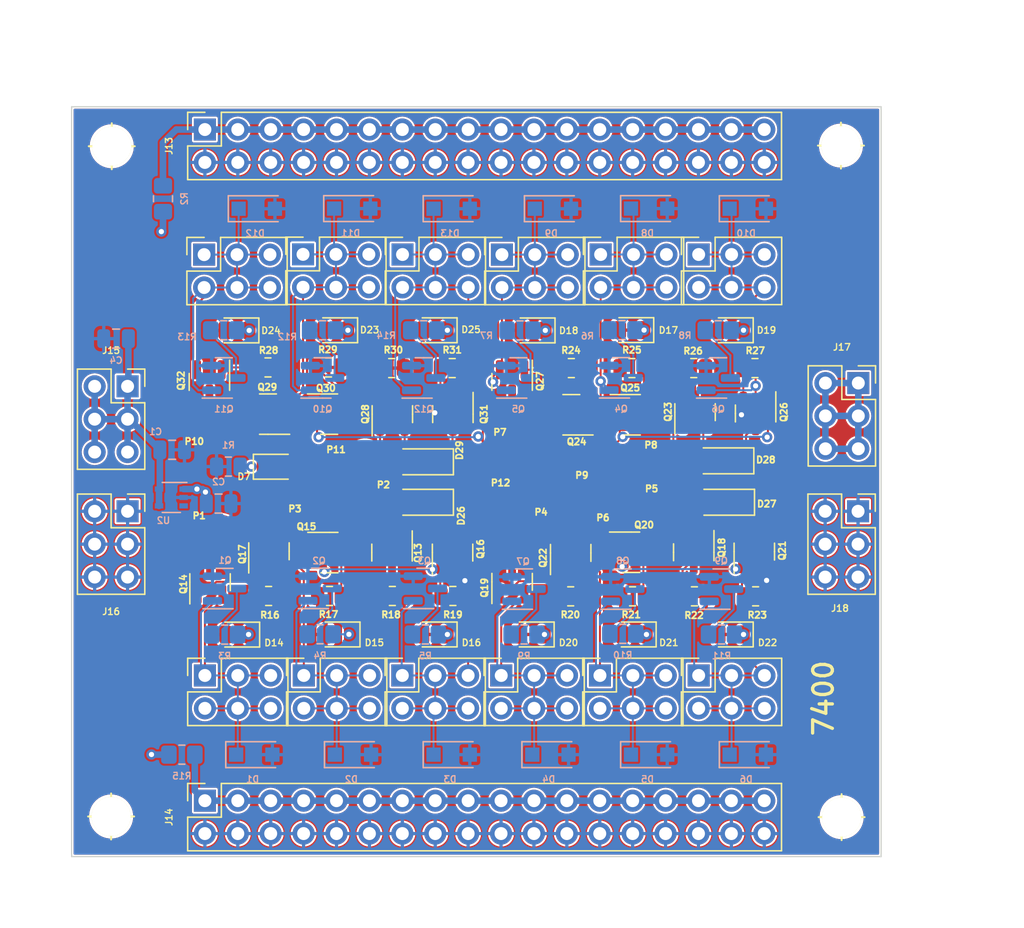
<source format=kicad_pcb>
(kicad_pcb (version 20211014) (generator pcbnew)
  (layers (0 "F.Cu" signal) (31 "B.Cu" signal) (34 "B.Paste" user) (35 "F.Paste" user) (36 "B.SilkS" user "B.Silkscreen") (37 "F.SilkS" user "F.Silkscreen") (38 "B.Mask" user) (39 "F.Mask" user) (44 "Edge.Cuts" user))
  (net 0 "")
  (net 1 "VDD_IN")
  (net 2 "GND")
  (net 3 "VDD")
  (net 4 "A1")
  (net 5 "B1")
  (net 6 "C1")
  (net 7 "A2")
  (net 8 "B2")
  (net 9 "C2")
  (net 10 "Net-(D7-Pad1)")
  (net 11 "A3")
  (net 12 "B3")
  (net 13 "C3")
  (net 14 "A4")
  (net 15 "B4")
  (net 16 "C4")
  (net 17 "Net-(D14-Pad1)")
  (net 18 "Net-(D15-Pad1)")
  (net 19 "Net-(D16-Pad1)")
  (net 20 "Net-(D17-Pad1)")
  (net 21 "Net-(D18-Pad1)")
  (net 22 "Net-(D19-Pad1)")
  (net 23 "Net-(D20-Pad1)")
  (net 24 "Net-(D21-Pad1)")
  (net 25 "Net-(D22-Pad1)")
  (net 26 "Net-(D23-Pad1)")
  (net 27 "Net-(D24-Pad1)")
  (net 28 "Net-(D25-Pad1)")
  (net 29 "Net-(J13-Pad1)")
  (net 30 "Net-(J14-Pad1)")
  (net 31 "Net-(Q1-Pad3)")
  (net 32 "Net-(Q2-Pad3)")
  (net 33 "Net-(Q3-Pad3)")
  (net 34 "Net-(Q4-Pad3)")
  (net 35 "Net-(Q5-Pad3)")
  (net 36 "Net-(Q6-Pad3)")
  (net 37 "Net-(Q7-Pad3)")
  (net 38 "Net-(Q8-Pad3)")
  (net 39 "Net-(Q9-Pad3)")
  (net 40 "Net-(Q10-Pad3)")
  (net 41 "Net-(Q11-Pad3)")
  (net 42 "Net-(Q12-Pad3)")
  (net 44 "Net-(D26-Pad2)")
  (net 45 "Net-(D27-Pad2)")
  (net 46 "Net-(D28-Pad2)")
  (net 47 "Net-(D29-Pad2)")
  (net 48 "Net-(Q13-Pad3)")
  (net 49 "Net-(Q14-Pad1)")
  (net 50 "Net-(Q18-Pad3)")
  (net 51 "Net-(Q19-Pad1)")
  (net 52 "Net-(Q23-Pad3)")
  (net 53 "Net-(Q24-Pad1)")
  (net 54 "Net-(Q28-Pad3)")
  (net 55 "Net-(Q29-Pad1)")
  (net 56 "Net-(Q30-Pad2)")
  (net 57 "Net-(Q29-Pad3)")
  (net 58 "Net-(Q28-Pad1)")
  (net 59 "Net-(Q25-Pad2)")
  (net 60 "Net-(Q24-Pad3)")
  (net 61 "Net-(Q23-Pad1)")
  (net 62 "Net-(Q20-Pad2)")
  (net 63 "Net-(Q19-Pad3)")
  (net 64 "Net-(Q18-Pad1)")
  (net 65 "Net-(Q15-Pad2)")
  (net 66 "Net-(Q14-Pad3)")
  (net 67 "Net-(Q13-Pad1)")
  (footprint "Package_TO_SOT_SMD:SOT-23" (layer "F.Cu") (at 58.3438 78.9178 90)
    (fp_text reference "Q17")
    (fp_text value "BC847")
  )
  (footprint "mylib:probe" (layer "F.Cu") (at 77.9272 77.3684)
    (fp_text reference "P4")
    (fp_text value "probe")
  )
  (footprint "LED_SMD:LED_0805_2012Metric" (layer "F.Cu") (at 71.179 85.344 180)
    (fp_text reference "D16")
    (fp_text value "LED_Small")
  )
  (footprint "mylib:probe" (layer "F.Cu") (at 65.7606 71.6026)
    (fp_text reference "P11")
    (fp_text value "probe")
  )
  (footprint "LED_SMD:LED_0805_2012Metric" (layer "F.Cu") (at 63.5 61.849 180)
    (fp_text reference "D23")
    (fp_text value "LED_Small")
  )
  (footprint "Package_TO_SOT_SMD:SOT-23" (layer "F.Cu") (at 81.6864 68.3768 180)
    (fp_text reference "Q24")
    (fp_text value "BC847")
  )
  (footprint "LED_SMD:LED_0805_2012Metric" (layer "F.Cu") (at 58.8264 72.39)
    (fp_text reference "D7")
    (fp_text value "LED_Small")
  )
  (footprint "LED_SMD:LED_0805_2012Metric" (layer "F.Cu") (at 71.179 61.849 180)
    (fp_text reference "D25")
    (fp_text value "LED_Small")
  )
  (footprint "Connector_PinSocket_2.54mm:PinSocket_2x03_P2.54mm_Vertical" (layer "F.Cu") (at 91.514011 88.51001 90)
    (fp_text reference "J6" hide)
    (fp_text value "Conn_02x03_Odd_Even")
  )
  (footprint "LED_SMD:LED_0805_2012Metric" (layer "F.Cu") (at 94.039 61.849 180)
    (fp_text reference "D19")
    (fp_text value "LED_Small")
  )
  (footprint "mylib:hole_3mm" (layer "F.Cu") (at 46.2108 47.636)
    (fp_text reference "")
    (fp_text value "hole_3mm")
  )
  (footprint "LED_SMD:LED_0805_2012Metric" (layer "F.Cu") (at 63.686 85.344 180)
    (fp_text reference "D15")
    (fp_text value "LED_Small")
  )
  (footprint "Resistor_SMD:R_0805_2012Metric" (layer "F.Cu") (at 86.36 64.77 180)
    (fp_text reference "R25")
    (fp_text value "20k")
  )
  (footprint "Resistor_SMD:R_0805_2012Metric" (layer "F.Cu") (at 81.6864 64.77)
    (fp_text reference "R24")
    (fp_text value "40k")
  )
  (footprint "Connector_PinSocket_2.54mm:PinSocket_2x03_P2.54mm_Vertical" (layer "F.Cu") (at 103.83799 65.924)
    (fp_text reference "J17")
    (fp_text value "Conn_02x03_Odd_Even")
  )
  (footprint "mylib:probe" (layer "F.Cu") (at 62.2808 75.1586)
    (fp_text reference "P3")
    (fp_text value "probe")
  )
  (footprint "Package_TO_SOT_SMD:SOT-23" (layer "F.Cu") (at 53.7464 65.8368 -90)
    (fp_text reference "Q32")
    (fp_text value "BC847")
  )
  (footprint "Diode_SMD:D_SOD-123" (layer "F.Cu") (at 93.5736 75.1332 180)
    (fp_text reference "D27")
    (fp_text value "D_Small_Filled")
  )
  (footprint "mylib:probe" (layer "F.Cu") (at 65.8114 75.1332)
    (fp_text reference "P2")
    (fp_text value "probe")
  )
  (footprint "Package_TO_SOT_SMD:SOT-23" (layer "F.Cu") (at 86.3092 78.994)
    (fp_text reference "Q20")
    (fp_text value "BC847")
  )
  (footprint "Connector_PinSocket_2.54mm:PinSocket_2x03_P2.54mm_Vertical" (layer "F.Cu") (at 76.327 56.007 90)
    (fp_text reference "J8" hide)
    (fp_text value "Conn_02x03_Odd_Even")
  )
  (footprint "Connector_PinSocket_2.54mm:PinSocket_2x03_P2.54mm_Vertical" (layer "F.Cu") (at 103.818 75.83)
    (fp_text reference "J18")
    (fp_text value "Conn_02x03_Odd_Even")
  )
  (footprint "Resistor_SMD:R_0805_2012Metric" (layer "F.Cu") (at 62.9412 64.7192)
    (fp_text reference "R29")
    (fp_text value "20k")
  )
  (footprint "Diode_SMD:D_SOD-123" (layer "F.Cu") (at 70.3326 75.1332 180)
    (fp_text reference "D26")
    (fp_text value "D_Small_Filled")
  )
  (footprint "Connector_PinSocket_2.54mm:PinSocket_2x03_P2.54mm_Vertical" (layer "F.Cu") (at 47.43 66.178)
    (fp_text reference "J15")
    (fp_text value "Conn_02x03_Odd_Even")
  )
  (footprint "Package_TO_SOT_SMD:SOT-23" (layer "F.Cu") (at 62.992 68.326)
    (fp_text reference "Q30")
    (fp_text value "BC847")
  )
  (footprint "mylib:probe" (layer "F.Cu") (at 74.8538 71.9836)
    (fp_text reference "P12")
    (fp_text value "probe")
  )
  (footprint "LED_SMD:LED_0805_2012Metric" (layer "F.Cu") (at 78.74 61.86 180)
    (fp_text reference "D18")
    (fp_text value "LED_Small")
  )
  (footprint "LED_SMD:LED_0805_2012Metric" (layer "F.Cu") (at 78.672 85.344 180)
    (fp_text reference "D20")
    (fp_text value "LED_Small")
  )
  (footprint "mylib:probe" (layer "F.Cu") (at 84.0232 71.7042)
    (fp_text reference "P9")
    (fp_text value "probe")
  )
  (footprint "Diode_SMD:D_SOD-123" (layer "F.Cu") (at 93.5228 71.9328 180)
    (fp_text reference "D28")
    (fp_text value "D_Small_Filled")
  )
  (footprint "Resistor_SMD:R_0805_2012Metric" (layer "F.Cu") (at 72.4916 64.77)
    (fp_text reference "R31")
    (fp_text value "12k")
  )
  (footprint "Diode_SMD:D_SOD-123" (layer "F.Cu") (at 70.3326 72.009 180)
    (fp_text reference "D29")
    (fp_text value "D_Small_Filled")
  )
  (footprint "mylib:probe" (layer "F.Cu") (at 54.6862 77.3684)
    (fp_text reference "P1")
    (fp_text value "probe")
  )
  (footprint "Package_TO_SOT_SMD:SOT-23" (layer "F.Cu") (at 77.1144 65.8368 -90)
    (fp_text reference "Q27")
    (fp_text value "BC847")
  )
  (footprint "Connector_PinSocket_2.54mm:PinSocket_2x03_P2.54mm_Vertical" (layer "F.Cu") (at 68.654011 55.99801 90)
    (fp_text reference "J12" hide)
    (fp_text value "Conn_02x03_Odd_Even")
  )
  (footprint "LED_SMD:LED_0805_2012Metric" (layer "F.Cu") (at 94.039 85.344 180)
    (fp_text reference "D22")
    (fp_text value "LED_Small")
  )
  (footprint "Package_TO_SOT_SMD:SOT-23" (layer "F.Cu") (at 81.6356 79.0448 90)
    (fp_text reference "Q22")
    (fp_text value "BC847")
  )
  (footprint "Resistor_SMD:R_0805_2012Metric" (layer "F.Cu") (at 91.1352 64.77 180)
    (fp_text reference "R26")
    (fp_text value "500")
  )
  (footprint "mylib:probe" (layer "F.Cu") (at 54.6354 69.6976)
    (fp_text reference "P10")
    (fp_text value "probe")
  )
  (footprint "Connector_PinSocket_2.54mm:PinSocket_2x03_P2.54mm_Vertical" (layer "F.Cu") (at 60.975 55.987 90)
    (fp_text reference "J10" hide)
    (fp_text value "Conn_02x03_Odd_Even")
  )
  (footprint "Connector_PinSocket_2.54mm:PinSocket_2x03_P2.54mm_Vertical" (layer "F.Cu") (at 83.894011 88.51001 90)
    (fp_text reference "J5" hide)
    (fp_text value "Conn_02x03_Odd_Even")
  )
  (footprint "Connector_PinSocket_2.54mm:PinSocket_2x03_P2.54mm_Vertical" (layer "F.Cu") (at 53.399 88.51001 90)
    (fp_text reference "J1" hide)
    (fp_text value "Conn_02x03_Odd_Even")
  )
  (footprint "Package_TO_SOT_SMD:SOT-23" (layer "F.Cu") (at 53.7972 81.3054 90)
    (fp_text reference "Q14")
    (fp_text value "BC847")
  )
  (footprint "Connector_PinSocket_2.54mm:PinSocket_2x18_P2.54mm_Vertical" (layer "F.Cu") (at 53.399 46.34601 90)
    (fp_text reference "J13")
    (fp_text value "Conn_02x18_Odd_Even")
  )
  (footprint "Package_TO_SOT_SMD:SOT-23" (layer "F.Cu") (at 95.8088 78.9432 90)
    (fp_text reference "Q21")
    (fp_text value "BC847")
  )
  (footprint "Connector_PinSocket_2.54mm:PinSocket_2x03_P2.54mm_Vertical" (layer "F.Cu") (at 76.274011 88.51001 90)
    (fp_text reference "J4" hide)
    (fp_text value "Conn_02x03_Odd_Even")
  )
  (footprint "mylib:hole_3mm" (layer "F.Cu") (at 102.548 99.452)
    (fp_text reference "")
    (fp_text value "hole_3mm")
  )
  (footprint "Package_TO_SOT_SMD:SOT-23" (layer "F.Cu") (at 86.36 68.3768)
    (fp_text reference "Q25")
    (fp_text value "BC847")
  )
  (footprint "LED_SMD:LED_0805_2012Metric" (layer "F.Cu") (at 86.36 61.838 180)
    (fp_text reference "D17")
    (fp_text value "LED_Small")
  )
  (footprint "mylib:probe" (layer "F.Cu") (at 78.1304 69.6468)
    (fp_text reference "P7")
    (fp_text value "probe")
  )
  (footprint "mylib:hole_3mm" (layer "F.Cu") (at 102.4972 47.5852)
    (fp_text reference "")
    (fp_text value "hole_3mm")
  )
  (footprint "Package_TO_SOT_SMD:SOT-23" (layer "F.Cu") (at 67.8434 79.0194 -90)
    (fp_text reference "Q13")
    (fp_text value "BC847")
  )
  (footprint "Resistor_SMD:R_0805_2012Metric" (layer "F.Cu") (at 67.818 64.77)
    (fp_text reference "R30")
    (fp_text value "500")
  )
  (footprint "Resistor_SMD:R_0805_2012Metric" (layer "F.Cu") (at 72.5424 82.3722 180)
    (fp_text reference "R19")
    (fp_text value "12k")
  )
  (footprint "Package_TO_SOT_SMD:SOT-23" (layer "F.Cu") (at 72.517 79.0194 90)
    (fp_text reference "Q16")
    (fp_text value "BC847")
  )
  (footprint "Package_TO_SOT_SMD:SOT-23" (layer "F.Cu") (at 77.1144 81.28 90)
    (fp_text reference "Q19")
    (fp_text value "BC847")
  )
  (footprint "Resistor_SMD:R_0805_2012Metric" (layer "F.Cu") (at 95.9104 82.3976 180)
    (fp_text reference "R23")
    (fp_text value "12k")
  )
  (footprint "Connector_PinSocket_2.54mm:PinSocket_2x03_P2.54mm_Vertical" (layer "F.Cu") (at 91.514011 55.99801 90)
    (fp_text reference "J9" hide)
    (fp_text value "Conn_02x03_Odd_Even")
  )
  (footprint "LED_SMD:LED_0805_2012Metric" (layer "F.Cu") (at 86.546 85.344 180)
    (fp_text reference "D21")
    (fp_text value "LED_Small")
  )
  (footprint "Resistor_SMD:R_0805_2012Metric" (layer "F.Cu") (at 81.6356 82.3976)
    (fp_text reference "R20")
    (fp_text value "40k")
  )
  (footprint "mylib:hole_3mm" (layer "F.Cu") (at 46.16 99.4012)
    (fp_text reference "")
    (fp_text value "hole_3mm")
  )
  (footprint "Package_TO_SOT_SMD:SOT-23" (layer "F.Cu") (at 95.9104 68.2752 -90)
    (fp_text reference "Q26")
    (fp_text value "BC847")
  )
  (footprint "Connector_PinSocket_2.54mm:PinSocket_2x03_P2.54mm_Vertical" (layer "F.Cu") (at 47.43 75.83)
    (fp_text reference "J16")
    (fp_text value "Conn_02x03_Odd_Even")
  )
  (footprint "Resistor_SMD:R_0805_2012Metric" (layer "F.Cu") (at 95.8596 64.77)
    (fp_text reference "R27")
    (fp_text value "12k")
  )
  (footprint "LED_SMD:LED_0805_2012Metric" (layer "F.Cu") (at 55.88 61.86 180)
    (fp_text reference "D24")
    (fp_text value "LED_Small")
  )
  (footprint "mylib:probe" (layer "F.Cu") (at 89.5096 71.9328)
    (fp_text reference "P8")
    (fp_text value "probe")
  )
  (footprint "Resistor_SMD:R_0805_2012Metric" (layer "F.Cu") (at 63.0174 82.3722 180)
    (fp_text reference "R17")
    (fp_text value "20k")
  )
  (footprint "Connector_PinSocket_2.54mm:PinSocket_2x03_P2.54mm_Vertical" (layer "F.Cu") (at 61.034011 88.51001 90)
    (fp_text reference "J2" hide)
    (fp_text value "Conn_02x03_Odd_Even")
  )
  (footprint "Package_TO_SOT_SMD:SOT-23" (layer "F.Cu") (at 91.2368 68.1736 90)
    (fp_text reference "Q23")
    (fp_text value "BC847")
  )
  (footprint "Resistor_SMD:R_0805_2012Metric" (layer "F.Cu") (at 86.4108 82.3976 180)
    (fp_text reference "R21")
    (fp_text value "20k")
  )
  (footprint "mylib:probe" (layer "F.Cu") (at 89.5858 75.1332)
    (fp_text reference "P5")
    (fp_text value "probe")
  )
  (footprint "Connector_PinSocket_2.54mm:PinSocket_2x03_P2.54mm_Vertical" (layer "F.Cu") (at 68.639 88.51001 90)
    (fp_text reference "J3" hide)
    (fp_text value "Conn_02x03_Odd_Even")
  )
  (footprint "Package_TO_SOT_SMD:SOT-23" (layer "F.Cu") (at 67.8688 68.326 90)
    (fp_text reference "Q28")
    (fp_text value "BC847")
  )
  (footprint "Package_TO_SOT_SMD:SOT-23" (layer "F.Cu") (at 63.0174 79.0194)
    (fp_text reference "Q15")
    (fp_text value "BC847")
  )
  (footprint "Connector_PinSocket_2.54mm:PinSocket_2x03_P2.54mm_Vertical" (layer "F.Cu") (at 83.947 55.99801 90)
    (fp_text reference "J7" hide)
    (fp_text value "Conn_02x03_Odd_Even")
  )
  (footprint "Package_TO_SOT_SMD:SOT-23" (layer "F.Cu") (at 91.1352 78.994 -90)
    (fp_text reference "Q18")
    (fp_text value "BC847")
  )
  (footprint "Resistor_SMD:R_0805_2012Metric" (layer "F.Cu") (at 67.8688 82.3722)
    (fp_text reference "R18")
    (fp_text value "500")
  )
  (footprint "Package_TO_SOT_SMD:SOT-23" (layer "F.Cu") (at 72.5424 68.326 -90)
    (fp_text reference "Q31")
    (fp_text value "BC847")
  )
  (footprint "mylib:probe" (layer "F.Cu") (at 85.7758 75.0824)
    (fp_text reference "P6")
    (fp_text value "probe")
  )
  (footprint "Connector_PinSocket_2.54mm:PinSocket_2x03_P2.54mm_Vertical" (layer "F.Cu") (at 53.34 56.007 90)
    (fp_text reference "J11" hide)
    (fp_text value "Conn_02x03_Odd_Even")
  )
  (footprint "Resistor_SMD:R_0805_2012Metric" (layer "F.Cu") (at 58.3184 82.3722)
    (fp_text reference "R16")
    (fp_text value "40k")
  )
  (footprint "Package_TO_SOT_SMD:SOT-23" (layer "F.Cu") (at 58.2676 68.326 180)
    (fp_text reference "Q29")
    (fp_text value "BC847")
  )
  (footprint "Resistor_SMD:R_0805_2012Metric" (layer "F.Cu") (at 58.2676 64.7192)
    (fp_text reference "R28")
    (fp_text value "40k")
  )
  (footprint "Resistor_SMD:R_0805_2012Metric" (layer "F.Cu") (at 91.186 82.3976)
    (fp_text reference "R22")
    (fp_text value "500")
  )
  (footprint "LED_SMD:LED_0805_2012Metric" (layer "F.Cu") (at 55.939 85.355 180)
    (fp_text reference "D14")
    (fp_text value "LED_Small")
  )
  (footprint "Connector_PinSocket_2.54mm:PinSocket_2x18_P2.54mm_Vertical" (layer "F.Cu") (at 53.399 98.182 90)
    (fp_text reference "J14")
    (fp_text value "Conn_02x18_Odd_Even")
  )
  (footprint "Diode_SMD:D_SOD-123F" (layer "B.Cu") (at 80.264 52.462)
    (fp_text reference "D9")
    (fp_text value "TVSS_0")
  )
  (footprint "Package_TO_SOT_SMD:SOT-23" (layer "B.Cu") (at 78.037 81.8388)
    (fp_text reference "Q7")
    (fp_text value "2N7002")
  )
  (footprint "Resistor_SMD:R_0805_2012Metric_Pad1.20x1.40mm_HandSolder" (layer "B.Cu") (at 62.289 85.328)
    (fp_text reference "R4")
    (fp_text value "1k")
  )
  (footprint "Resistor_SMD:R_0805_2012Metric_Pad1.20x1.40mm_HandSolder" (layer "B.Cu") (at 70.29 61.849)
    (fp_text reference "R14")
    (fp_text value "1k")
  )
  (footprint "Diode_SMD:D_SOD-123F" (layer "B.Cu") (at 72.449 52.462)
    (fp_text reference "D13")
    (fp_text value "TVSS_0")
  )
  (footprint "Package_TO_SOT_SMD:SOT-353_SC-70-5" (layer "B.Cu") (at 50.8082 74.7632 180)
    (fp_text reference "U2")
    (fp_text value "FM5881A")
  )
  (footprint "Package_TO_SOT_SMD:SOT-23" (layer "B.Cu") (at 93.277 81.8388)
    (fp_text reference "Q9")
    (fp_text value "2N7002")
  )
  (footprint "Diode_SMD:D_SOD-123F" (layer "B.Cu") (at 57.404 52.462)
    (fp_text reference "D12")
    (fp_text value "TVSS_0")
  )
  (footprint "Resistor_SMD:R_0805_2012Metric_Pad1.20x1.40mm_HandSolder" (layer "B.Cu") (at 93.023 61.849)
    (fp_text reference "R8")
    (fp_text value "1k")
  )
  (footprint "Diode_SMD:D_SOD-123F" (layer "B.Cu") (at 87.689 94.626)
    (fp_text reference "D5")
    (fp_text value "TVSS_0")
  )
  (footprint "Package_TO_SOT_SMD:SOT-23" (layer "B.Cu") (at 70.29 65.532)
    (fp_text reference "Q12")
    (fp_text value "2N7002")
  )
  (footprint "Resistor_SMD:R_0805_2012Metric" (layer "B.Cu") (at 55.2114 72.379 180)
    (fp_text reference "R1")
    (fp_text value "1k")
  )
  (footprint "Resistor_SMD:R_0805_2012Metric_Pad1.20x1.40mm_HandSolder" (layer "B.Cu") (at 78.037 85.344)
    (fp_text reference "R9")
    (fp_text value "1k")
  )
  (footprint "Resistor_SMD:R_0805_2012Metric_Pad1.20x1.40mm_HandSolder" (layer "B.Cu") (at 77.724 61.86)
    (fp_text reference "R7")
    (fp_text value "1k")
  )
  (footprint "Diode_SMD:D_SOD-123F" (layer "B.Cu") (at 80.069 94.626)
    (fp_text reference "D4")
    (fp_text value "TVSS_0")
  )
  (footprint "Resistor_SMD:R_0805_2012Metric_Pad1.20x1.40mm_HandSolder" (layer "B.Cu") (at 51.621 94.626)
    (fp_text reference "R15")
    (fp_text value "100")
  )
  (footprint "Resistor_SMD:R_0805_2012Metric_Pad1.20x1.40mm_HandSolder" (layer "B.Cu") (at 70.417 85.344)
    (fp_text reference "R5")
    (fp_text value "1k")
  )
  (footprint "Diode_SMD:D_SOD-123F" (layer "B.Cu") (at 95.309 52.462)
    (fp_text reference "D10")
    (fp_text value "TVSS_0")
  )
  (footprint "Package_TO_SOT_SMD:SOT-23" (layer "B.Cu") (at 77.597 65.532)
    (fp_text reference "Q5")
    (fp_text value "2N7002")
  )
  (footprint "Diode_SMD:D_SOD-123F" (layer "B.Cu") (at 72.449 94.626)
    (fp_text reference "D3")
    (fp_text value "TVSS_0")
  )
  (footprint "Resistor_SMD:R_0805_2012Metric_Pad1.20x1.40mm_HandSolder" (layer "B.Cu") (at 54.923 85.355)
    (fp_text reference "R3")
    (fp_text value "1k")
  )
  (footprint "Capacitor_SMD:C_0805_2012Metric" (layer "B.Cu") (at 46.541 62.495)
    (fp_text reference "C4")
    (fp_text value "10uF")
  )
  (footprint "Package_TO_SOT_SMD:SOT-23" (layer "B.Cu") (at 54.923 81.799)
    (fp_text reference "Q1")
    (fp_text value "2N7002")
  )
  (footprint "Package_TO_SOT_SMD:SOT-23" (layer "B.Cu") (at 62.289 81.788)
    (fp_text reference "Q2")
    (fp_text value "2N7002")
  )
  (footprint "Diode_SMD:D_SOD-123F" (layer "B.Cu") (at 87.689 52.451)
    (fp_text reference "D8")
    (fp_text value "TVSS_0")
  )
  (footprint "Resistor_SMD:R_0805_2012Metric_Pad1.20x1.40mm_HandSolder" (layer "B.Cu") (at 93.277 85.344)
    (fp_text reference "R11")
    (fp_text value "1k")
  )
  (footprint "Package_TO_SOT_SMD:SOT-23" (layer "B.Cu") (at 85.53 65.521)
    (fp_text reference "Q4")
    (fp_text value "2N7002")
  )
  (footprint "Package_TO_SOT_SMD:SOT-23" (layer "B.Cu") (at 85.657 81.8388)
    (fp_text reference "Q8")
    (fp_text value "2N7002")
  )
  (footprint "Diode_SMD:D_SOD-123F" (layer "B.Cu") (at 64.829 94.626)
    (fp_text reference "D2")
    (fp_text value "TVSS_0")
  )
  (footprint "Diode_SMD:D_SOD-123F" (layer "B.Cu") (at 64.77 52.451)
    (fp_text reference "D11")
    (fp_text value "TVSS_0")
  )
  (footprint "Resistor_SMD:R_0805_2012Metric_Pad1.20x1.40mm_HandSolder" (layer "B.Cu") (at 62.484 61.849)
    (fp_text reference "R12")
    (fp_text value "1k")
  )
  (footprint "Package_TO_SOT_SMD:SOT-23" (layer "B.Cu") (at 54.864 65.532)
    (fp_text reference "Q11")
    (fp_text value "2N7002")
  )
  (footprint "Capacitor_SMD:C_0805_2012Metric" (layer "B.Cu") (at 54.4576 75.2348 180)
    (fp_text reference "C2")
    (fp_text value "10uF")
  )
  (footprint "Resistor_SMD:R_0805_2012Metric_Pad1.20x1.40mm_HandSolder" (layer "B.Cu") (at 50.165 51.689 90)
    (fp_text reference "R2")
    (fp_text value "100")
  )
  (footprint "Diode_SMD:D_SOD-123F" (layer "B.Cu") (at 95.309 94.626)
    (fp_text reference "D6")
    (fp_text value "TVSS_0")
  )
  (footprint "Resistor_SMD:R_0805_2012Metric_Pad1.20x1.40mm_HandSolder" (layer "B.Cu") (at 85.598 61.838)
    (fp_text reference "R6")
    (fp_text value "1k")
  )
  (footprint "Package_TO_SOT_SMD:SOT-23" (layer "B.Cu") (at 70.417 81.788)
    (fp_text reference "Q3")
    (fp_text value "2N7002")
  )
  (footprint "Package_TO_SOT_SMD:SOT-23" (layer "B.Cu") (at 93.023 65.532)
    (fp_text reference "Q6")
    (fp_text value "2N7002")
  )
  (footprint "Capacitor_SMD:C_0805_2012Metric" (layer "B.Cu") (at 50.8742 71.0802)
    (fp_text reference "C1")
    (fp_text value "100nF")
  )
  (footprint "Resistor_SMD:R_0805_2012Metric_Pad1.20x1.40mm_HandSolder" (layer "B.Cu") (at 54.848 61.849)
    (fp_text reference "R13")
    (fp_text value "1k")
  )
  (footprint "Resistor_SMD:R_0805_2012Metric_Pad1.20x1.40mm_HandSolder" (layer "B.Cu") (at 85.657 85.2932)
    (fp_text reference "R10")
    (fp_text value "1k")
  )
  (footprint "Diode_SMD:D_SOD-123F" (layer "B.Cu") (at 57.209 94.626)
    (fp_text reference "D1")
    (fp_text value "TVSS_0")
  )
  (footprint "Package_TO_SOT_SMD:SOT-23" (layer "B.Cu") (at 62.484 65.532)
    (fp_text reference "Q10")
    (fp_text value "2N7002")
  )
  (gr_line (start 105.596 102.5) (end 43.112 102.5) (layer "Edge.Cuts") (width 0.1))
  (gr_line (start 105.596 44.588) (end 105.596 102.5) (layer "Edge.Cuts") (width 0.1))
  (gr_line (start 43.112 102.5) (end 43.112 44.588) (layer "Edge.Cuts") (width 0.1))
  (gr_line (start 43.112 44.588) (end 105.596 44.588) (layer "Edge.Cuts") (width 0.1))
  (gr_text "7400" (at 101.1428 90.2716 90) (layer "F.SilkS") (effects (font (size 1.524 1.524) (thickness 0.254))))
  (segment (start 44.89 68.718) (end 44.89 66.178) (width 0.508) (layer "B.Cu") (net 1))
  (segment (start 103.83799 71.004) (end 103.83799 68.464) (width 0.508) (layer "B.Cu") (net 1))
  (segment (start 101.29799 68.464) (end 103.83799 68.464) (width 0.508) (layer "B.Cu") (net 1))
  (segment (start 103.83799 65.924) (end 101.29799 65.924) (width 0.508) (layer "B.Cu") (net 1))
  (segment (start 101.29799 65.924) (end 101.29799 68.464) (width 0.508) (layer "B.Cu") (net 1))
  (segment (start 47.6128 68.7688) (end 49.9242 71.0802) (width 0.508) (layer "B.Cu") (net 1))
  (segment (start 101.29799 71.004) (end 103.83799 71.004) (width 0.508) (layer "B.Cu") (net 1))
  (segment (start 101.29799 68.464) (end 101.29799 71.004) (width 0.508) (layer "B.Cu") (net 1))
  (segment (start 44.89 68.718) (end 44.89 71.258) (width 0.508) (layer "B.Cu") (net 1))
  (segment (start 47.491 62.495) (end 47.491 66.117) (width 0.508) (layer "B.Cu") (net 1))
  (segment (start 47.43 68.718) (end 47.43 66.178) (width 0.508) (layer "B.Cu") (net 1))
  (segment (start 49.9242 71.0802) (end 49.9242 74.0472) (width 0.508) (layer "B.Cu") (net 1))
  (segment (start 47.43 71.258) (end 47.43 68.718) (width 0.508) (layer "B.Cu") (net 1))
  (segment (start 49.9242 74.0472) (end 49.8582 74.1132) (width 0.508) (layer "B.Cu") (net 1))
  (segment (start 103.83799 68.464) (end 103.83799 65.924) (width 0.508) (layer "B.Cu") (net 1))
  (segment (start 47.491 66.117) (end 47.43 66.178) (width 0.508) (layer "B.Cu") (net 1))
  (segment (start 47.43 68.718) (end 44.89 68.718) (width 0.508) (layer "B.Cu") (net 1))
  (segment (start 49.8582 74.1132) (end 49.8582 75.4132) (width 0.508) (layer "B.Cu") (net 1))
  (segment (start 96.7588 82.3335) (end 96.8229 82.3976) (width 0.1524) (layer "F.Cu") (net 2))
  (segment (start 96.7588 79.8807) (end 96.7588 82.3335) (width 0.1524) (layer "F.Cu") (net 2))
  (segment (start 73.467 79.9569) (end 73.467 82.3601) (width 0.1524) (layer "F.Cu") (net 2))
  (segment (start 73.467 82.3601) (end 73.4549 82.3722) (width 0.1524) (layer "F.Cu") (net 2))
  (segment (start 71.5924 67.3885) (end 71.5924 67.7774) (width 0.1524) (layer "F.Cu") (net 2))
  (segment (start 94.9604 67.3377) (end 94.9604 68.2346) (width 0.1524) (layer "F.Cu") (net 2))
  (segment (start 71.5791 64.77) (end 71.5791 67.3752) (width 0.1524) (layer "F.Cu") (net 2))
  (segment (start 94.9604 68.2346) (end 94.8182 68.3768) (width 0.1524) (layer "F.Cu") (net 2))
  (segment (start 94.9604 64.7833) (end 94.9471 64.77) (width 0.1524) (layer "F.Cu") (net 2))
  (segment (start 94.9604 67.3377) (end 94.9604 64.7833) (width 0.1524) (layer "F.Cu") (net 2))
  (segment (start 71.5791 67.3752) (end 71.5924 67.3885) (width 0.1524) (layer "F.Cu") (net 2))
  (segment (start 71.5924 67.7774) (end 71.1454 68.2244) (width 0.1524) (layer "F.Cu") (net 2))
  (via (at 73.467 81.1886) (size 0.8) (drill 0.4) (layers "F.Cu" "B.Cu") (net 2))
  (via (at 94.8182 68.3768) (size 0.8) (drill 0.4) (layers "F.Cu" "B.Cu") (net 2))
  (via (at 96.7588 81.1682) (size 0.8) (drill 0.4) (layers "F.Cu" "B.Cu") (net 2))
  (via (at 71.1454 68.2244) (size 0.8) (drill 0.4) (layers "F.Cu" "B.Cu") (net 2))
  (via (at 50.038 54.229) (size 0.8) (drill 0.4) (layers "F.Cu" "B.Cu") (net 3))
  (via (at 52.7852 74.1132) (size 0.8) (drill 0.4) (layers "F.Cu" "B.Cu") (net 3))
  (via (at 53.4416 74.3458) (size 0.8) (drill 0.4) (layers "F.Cu" "B.Cu") (net 3))
  (via (at 49.276 94.615) (size 0.8) (drill 0.4) (layers "F.Cu" "B.Cu") (net 3))
  (segment (start 53.209 74.1132) (end 53.4416 74.3458) (width 0.508) (layer "B.Cu") (net 3))
  (segment (start 50.621 94.626) (end 49.287 94.626) (width 0.508) (layer "B.Cu") (net 3))
  (segment (start 52.7852 74.1132) (end 53.209 74.1132) (width 0.508) (layer "B.Cu") (net 3))
  (segment (start 49.287 94.626) (end 49.276 94.615) (width 0.508) (layer "B.Cu") (net 3))
  (segment (start 51.7582 74.1132) (end 52.7852 74.1132) (width 0.508) (layer "B.Cu") (net 3))
  (segment (start 50.165 54.102) (end 50.038 54.229) (width 0.508) (layer "B.Cu") (net 3))
  (segment (start 53.5076 74.4118) (end 53.5076 75.2348) (width 0.508) (layer "B.Cu") (net 3))
  (segment (start 53.4416 74.3458) (end 53.5076 74.4118) (width 0.508) (layer "B.Cu") (net 3))
  (segment (start 50.165 52.689) (end 50.165 54.102) (width 0.508) (layer "B.Cu") (net 3))
  (segment (start 54.7472 82.2429) (end 53.399 83.5911) (width 0.1524) (layer "F.Cu") (net 4))
  (segment (start 53.399 83.5911) (end 53.399 88.51001) (width 0.1524) (layer "F.Cu") (net 4))
  (segment (start 53.399 88.38244) (end 53.09488 88.07832) (width 0.1524) (layer "B.Cu") (net 4))
  (segment (start 53.399 91.05001) (end 55.939 91.05001) (width 0.1524) (layer "B.Cu") (net 4))
  (segment (start 53.9855 82.749) (end 53.09488 83.63962) (width 0.1524) (layer "B.Cu") (net 4))
  (segment (start 55.939 94.496) (end 55.809 94.626) (width 0.1524) (layer "B.Cu") (net 4))
  (segment (start 53.467 88.519) (end 53.47599 88.51001) (width 0.1524) (layer "B.Cu") (net 4))
  (segment (start 53.09488 83.63962) (end 53.09488 88.07832) (width 0.1524) (layer "B.Cu") (net 4))
  (segment (start 55.939 88.51001) (end 58.479 88.51001) (width 0.1524) (layer "B.Cu") (net 4))
  (segment (start 53.47599 88.51001) (end 55.939 88.51001) (width 0.1524) (layer "B.Cu") (net 4))
  (segment (start 53.399 88.51001) (end 53.399 88.38244) (width 0.1524) (layer "B.Cu") (net 4))
  (segment (start 55.939 91.05001) (end 55.939 94.496) (width 0.1524) (layer "B.Cu") (net 4))
  (segment (start 55.939 88.51001) (end 55.939 91.05001) (width 0.1524) (layer "B.Cu") (net 4))
  (segment (start 55.939 91.05001) (end 58.479 91.05001) (width 0.1524) (layer "B.Cu") (net 4))
  (segment (start 53.45801 88.51001) (end 53.467 88.519) (width 0.1524) (layer "B.Cu") (net 4))
  (segment (start 59.2938 79.8553) (end 60.392355 79.8553) (width 0.1524) (layer "F.Cu") (net 5))
  (segment (start 60.392355 79.8553) (end 61.034011 80.496956) (width 0.1524) (layer "F.Cu") (net 5))
  (segment (start 61.034011 80.496956) (end 61.034011 88.51001) (width 0.1524) (layer "F.Cu") (net 5))
  (segment (start 63.574011 91.05001) (end 63.574011 88.51001) (width 0.1524) (layer "B.Cu") (net 5))
  (segment (start 60.46088 87.936879) (end 61.034011 88.51001) (width 0.1524) (layer "B.Cu") (net 5))
  (segment (start 61.034011 91.05001) (end 63.574011 91.05001) (width 0.1524) (layer "B.Cu") (net 5))
  (segment (start 63.574011 91.05001) (end 63.574011 94.480989) (width 0.1524) (layer "B.Cu") (net 5))
  (segment (start 63.574011 94.480989) (end 63.429 94.626) (width 0.1524) (layer "B.Cu") (net 5))
  (segment (start 61.034011 88.51001) (end 63.574011 88.51001) (width 0.1524) (layer "B.Cu") (net 5))
  (segment (start 66.114011 91.05001) (end 63.574011 91.05001) (width 0.1524) (layer "B.Cu") (net 5))
  (segment (start 63.574011 88.51001) (end 66.114011 88.51001) (width 0.1524) (layer "B.Cu") (net 5))
  (segment (start 61.3515 82.738) (end 60.46088 83.62862) (width 0.1524) (layer "B.Cu") (net 5))
  (segment (start 60.46088 83.62862) (end 60.46088 87.936879) (width 0.1524) (layer "B.Cu") (net 5))
  (segment (start 73.719 84.554991) (end 73.719 88.51001) (width 0.1524) (layer "F.Cu") (net 6))
  (segment (start 72.509405 75.660005) (end 71.9826 75.1332) (width 0.1524) (layer "F.Cu") (net 6))
  (segment (start 72.517 78.0819) (end 72.517 83.352991) (width 0.1524) (layer "F.Cu") (net 6))
  (segment (start 72.517 78.0819) (end 72.509405 78.074305) (width 0.1524) (layer "F.Cu") (net 6))
  (segment (start 72.509405 78.074305) (end 72.509405 75.660005) (width 0.1524) (layer "F.Cu") (net 6))
  (segment (start 72.517 83.352991) (end 73.719 84.554991) (width 0.1524) (layer "F.Cu") (net 6))
  (segment (start 71.179 91.05001) (end 71.179 88.51001) (width 0.1524) (layer "B.Cu") (net 6))
  (segment (start 73.719 91.05001) (end 71.179 91.05001) (width 0.1524) (layer "B.Cu") (net 6))
  (segment (start 71.049 91.18001) (end 71.179 91.05001) (width 0.1524) (layer "B.Cu") (net 6))
  (segment (start 69.4795 82.738) (end 68.58888 83.62862) (width 0.1524) (layer "B.Cu") (net 6))
  (segment (start 68.58888 83.62862) (end 68.58888 88.45989) (width 0.1524) (layer "B.Cu") (net 6))
  (segment (start 71.179 88.51001) (end 73.719 88.51001) (width 0.1524) (layer "B.Cu") (net 6))
  (segment (start 71.049 94.626) (end 71.049 91.18001) (width 0.1524) (layer "B.Cu") (net 6))
  (segment (start 71.179 91.05001) (end 68.639 91.05001) (width 0.1524) (layer "B.Cu") (net 6))
  (segment (start 68.639 88.51001) (end 71.179 88.51001) (width 0.1524) (layer "B.Cu") (net 6))
  (segment (start 78.0644 82.2175) (end 76.274011 84.007889) (width 0.1524) (layer "F.Cu") (net 7))
  (segment (start 76.274011 84.007889) (end 76.274011 88.51001) (width 0.1524) (layer "F.Cu") (net 7))
  (segment (start 78.814011 94.480989) (end 78.669 94.626) (width 0.1524) (layer "B.Cu") (net 7))
  (segment (start 78.814011 91.05001) (end 78.814011 94.480989) (width 0.1524) (layer "B.Cu") (net 7))
  (segment (start 78.814011 91.05001) (end 81.354011 91.05001) (width 0.1524) (layer "B.Cu") (net 7))
  (segment (start 78.814011 88.51001) (end 78.814011 91.05001) (width 0.1524) (layer "B.Cu") (net 7))
  (segment (start 75.963277 83.925023) (end 75.963277 88.199276) (width 0.1524) (layer "B.Cu") (net 7))
  (segment (start 77.0995 82.7888) (end 75.963277 83.925023) (width 0.1524) (layer "B.Cu") (net 7))
  (segment (start 76.274011 88.51001) (end 78.814011 88.51001) (width 0.1524) (layer "B.Cu") (net 7))
  (segment (start 81.354011 88.51001) (end 78.814011 88.51001) (width 0.1524) (layer "B.Cu") (net 7))
  (segment (start 75.963277 88.199276) (end 76.274011 88.51001) (width 0.1524) (layer "B.Cu") (net 7))
  (segment (start 76.274011 91.05001) (end 78.814011 91.05001) (width 0.1524) (layer "B.Cu") (net 7))
  (segment (start 82.5856 79.9823) (end 83.355868 79.9823) (width 0.1524) (layer "F.Cu") (net 8))
  (segment (start 83.355868 79.9823) (end 83.894011 80.520443) (width 0.1524) (layer "F.Cu") (net 8))
  (segment (start 83.894011 80.520443) (end 83.894011 88.51001) (width 0.1524) (layer "F.Cu") (net 8))
  (segment (start 86.434011 94.480989) (end 86.289 94.626) (width 0.1524) (layer "B.Cu") (net 8))
  (segment (start 84.7195 82.7888) (end 84.628346 82.7888) (width 0.1524) (layer "B.Cu") (net 8))
  (segment (start 86.434011 91.05001) (end 83.894011 91.05001) (width 0.1524) (layer "B.Cu") (net 8))
  (segment (start 86.434011 88.51001) (end 86.434011 91.05001) (width 0.1524) (layer "B.Cu") (net 8))
  (segment (start 84.628346 82.7888) (end 83.588838 83.828308) (width 0.1524) (layer "B.Cu") (net 8))
  (segment (start 83.588838 88.204837) (end 83.894011 88.51001) (width 0.1524) (layer "B.Cu") (net 8))
  (segment (start 86.434011 91.05001) (end 86.434011 94.480989) (width 0.1524) (layer "B.Cu") (net 8))
  (segment (start 88.974011 91.05001) (end 86.434011 91.05001) (width 0.1524) (layer "B.Cu") (net 8))
  (segment (start 86.434011 88.51001) (end 88.974011 88.51001) (width 0.1524) (layer "B.Cu") (net 8))
  (segment (start 83.588838 83.828308) (end 83.588838 88.204837) (width 0.1524) (layer "B.Cu") (net 8))
  (segment (start 83.894011 88.51001) (end 86.434011 88.51001) (width 0.1524) (layer "B.Cu") (net 8))
  (segment (start 95.8088 78.0057) (end 95.2236 77.4205) (width 0.1524) (layer "F.Cu") (net 9))
  (segment (start 95.2236 77.4205) (end 95.2236 75.1332) (width 0.1524) (layer "F.Cu") (net 9))
  (segment (start 95.8088 78.0057) (end 95.8088 87.724799) (width 0.1524) (layer "F.Cu") (net 9))
  (segment (start 95.8088 87.724799) (end 96.594011 88.51001) (width 0.1524) (layer "F.Cu") (net 9))
  (segment (start 94.054011 91.05001) (end 94.054011 88.51001) (width 0.1524) (layer "B.Cu") (net 9))
  (segment (start 94.054011 88.51001) (end 96.594011 88.51001) (width 0.1524) (layer "B.Cu") (net 9))
  (segment (start 91.16696 83.96134) (end 91.16696 88.162959) (width 0.1524) (layer "B.Cu") (net 9))
  (segment (start 94.054011 91.05001) (end 91.514011 91.05001) (width 0.1524) (layer "B.Cu") (net 9))
  (segment (start 94.054011 94.480989) (end 93.909 94.626) (width 0.1524) (layer "B.Cu") (net 9))
  (segment (start 92.3395 82.7888) (end 91.16696 83.96134) (width 0.1524) (layer "B.Cu") (net 9))
  (segment (start 94.054011 91.05001) (end 94.054011 94.480989) (width 0.1524) (layer "B.Cu") (net 9))
  (segment (start 96.594011 91.05001) (end 94.054011 91.05001) (width 0.1524) (layer "B.Cu") (net 9))
  (segment (start 91.16696 88.162959) (end 91.514011 88.51001) (width 0.1524) (layer "B.Cu") (net 9))
  (segment (start 91.514011 88.51001) (end 94.054011 88.51001) (width 0.1524) (layer "B.Cu") (net 9))
  (segment (start 57.8779 72.379) (end 57.8889 72.39) (width 0.1524) (layer "F.Cu") (net 10))
  (segment (start 56.9894 72.379) (end 57.8779 72.379) (width 0.1524) (layer "F.Cu") (net 10))
  (via (at 56.9894 72.379) (size 0.8) (drill 0.4) (layers "F.Cu" "B.Cu") (net 10))
  (segment (start 56.1239 72.379) (end 56.9894 72.379) (width 0.1524) (layer "B.Cu") (net 10))
  (segment (start 83.947 67.007531) (end 83.947 65.786) (width 0.1524) (layer "F.Cu") (net 11))
  (segment (start 83.947 65.786) (end 83.947 58.53801) (width 0.1524) (layer "F.Cu") (net 11))
  (segment (start 82.6239 67.4268) (end 83.527731 67.4268) (width 0.1524) (layer "F.Cu") (net 11))
  (segment (start 83.527731 67.4268) (end 83.947 67.007531) (width 0.1524) (layer "F.Cu") (net 11))
  (via (at 83.947 65.786) (size 0.8) (drill 0.4) (layers "F.Cu" "B.Cu") (net 11))
  (segment (start 86.487 52.649) (end 86.289 52.451) (width 0.1524) (layer "B.Cu") (net 11))
  (segment (start 86.487 58.53801) (end 83.947 58.53801) (width 0.1524) (layer "B.Cu") (net 11))
  (segment (start 86.487 55.99801) (end 86.487 58.53801) (width 0.1524) (layer "B.Cu") (net 11))
  (segment (start 86.487 55.99801) (end 86.487 52.649) (width 0.1524) (layer "B.Cu") (net 11))
  (segment (start 84.5925 66.471) (end 84.5925 66.4315) (width 0.1524) (layer "B.Cu") (net 11))
  (segment (start 86.487 58.53801) (end 89.027 58.53801) (width 0.1524) (layer "B.Cu") (net 11))
  (segment (start 84.5925 66.4315) (end 83.947 65.786) (width 0.1524) (layer "B.Cu") (net 11))
  (segment (start 86.487 55.99801) (end 89.027 55.99801) (width 0.1524) (layer "B.Cu") (net 11))
  (segment (start 83.947 55.99801) (end 86.487 55.99801) (width 0.1524) (layer "B.Cu") (net 11))
  (segment (start 75.6412 65.4225) (end 76.1644 64.8993) (width 0.1524) (layer "F.Cu") (net 12))
  (segment (start 76.327 64.7367) (end 76.327 58.547) (width 0.1524) (layer "F.Cu") (net 12))
  (segment (start 76.1644 64.8993) (end 76.327 64.7367) (width 0.1524) (layer "F.Cu") (net 12))
  (segment (start 75.6412 65.8368) (end 75.6412 65.4225) (width 0.1524) (layer "F.Cu") (net 12))
  (via (at 75.6412 65.8368) (size 0.8) (drill 0.4) (layers "F.Cu" "B.Cu") (net 12))
  (segment (start 76.327 58.547) (end 78.867 58.547) (width 0.1524) (layer "B.Cu") (net 12))
  (segment (start 78.867 52.465) (end 78.864 52.462) (width 0.1524) (layer "B.Cu") (net 12))
  (segment (start 78.867 56.007) (end 78.867 52.465) (width 0.1524) (layer "B.Cu") (net 12))
  (segment (start 76.6595 66.482) (end 76.2864 66.482) (width 0.1524) (layer "B.Cu") (net 12))
  (segment (start 78.867 58.547) (end 81.407 58.547) (width 0.1524) (layer "B.Cu") (net 12))
  (segment (start 78.867 56.007) (end 78.867 58.547) (width 0.1524) (layer "B.Cu") (net 12))
  (segment (start 78.867 56.007) (end 81.407 56.007) (width 0.1524) (layer "B.Cu") (net 12))
  (segment (start 76.2864 66.482) (end 75.6412 65.8368) (width 0.1524) (layer "B.Cu") (net 12))
  (segment (start 76.327 56.007) (end 78.867 56.007) (width 0.1524) (layer "B.Cu") (net 12))
  (segment (start 95.9104 69.2127) (end 95.9104 66.1416) (width 0.1524) (layer "F.Cu") (net 13))
  (segment (start 95.1728 69.9503) (end 95.9104 69.2127) (width 0.1524) (layer "F.Cu") (net 13))
  (segment (start 95.1728 71.9328) (end 95.1728 69.9503) (width 0.1524) (layer "F.Cu") (net 13))
  (segment (start 95.9104 66.1416) (end 95.9104 59.221621) (width 0.1524) (layer "F.Cu") (net 13))
  (segment (start 95.9104 59.221621) (end 96.594011 58.53801) (width 0.1524) (layer "F.Cu") (net 13))
  (via (at 95.9104 66.1416) (size 0.8) (drill 0.4) (layers "F.Cu" "B.Cu") (net 13))
  (segment (start 94.054011 55.99801) (end 96.594011 55.99801) (width 0.1524) (layer "B.Cu") (net 13))
  (segment (start 91.514011 55.99801) (end 94.054011 55.99801) (width 0.1524) (layer "B.Cu") (net 13))
  (segment (start 94.054011 55.99801) (end 94.054011 58.53801) (width 0.1524) (layer "B.Cu") (net 13))
  (segment (start 94.054011 58.53801) (end 91.514011 58.53801) (width 0.1524) (layer "B.Cu") (net 13))
  (segment (start 92.0855 66.482) (end 95.57 66.482) (width 0.1524) (layer "B.Cu") (net 13))
  (segment (start 94.054011 52.607011) (end 93.909 52.462) (width 0.1524) (layer "B.Cu") (net 13))
  (segment (start 95.57 66.482) (end 95.9104 66.1416) (width 0.1524) (layer "B.Cu") (net 13))
  (segment (start 94.054011 55.99801) (end 94.054011 52.607011) (width 0.1524) (layer "B.Cu") (net 13))
  (segment (start 94.054011 58.53801) (end 96.594011 58.53801) (width 0.1524) (layer "B.Cu") (net 13))
  (segment (start 60.132061 67.376) (end 60.975 66.533061) (width 0.1524) (layer "F.Cu") (net 14))
  (segment (start 59.2051 67.376) (end 60.132061 67.376) (width 0.1524) (layer "F.Cu") (net 14))
  (segment (start 60.975 66.533061) (end 60.975 58.527) (width 0.1524) (layer "F.Cu") (net 14))
  (segment (start 66.055 58.527) (end 63.515 58.527) (width 0.1524) (layer "B.Cu") (net 14))
  (segment (start 63.37 52.451) (end 63.37 55.842) (width 0.1524) (layer "B.Cu") (net 14))
  (segment (start 61.5465 66.482) (end 60.5305 66.482) (width 0.1524) (layer "B.Cu") (net 14))
  (segment (start 63.37 55.842) (end 63.515 55.987) (width 0.1524) (layer "B.Cu") (net 14))
  (segment (start 60.198 59.304) (end 60.975 58.527) (width 0.1524) (layer "B.Cu") (net 14))
  (segment (start 60.975 55.987) (end 63.515 55.987) (width 0.1524) (layer "B.Cu") (net 14))
  (segment (start 63.515 58.527) (end 63.515 55.987) (width 0.1524) (layer "B.Cu") (net 14))
  (segment (start 63.515 55.987) (end 66.055 55.987) (width 0.1524) (layer "B.Cu") (net 14))
  (segment (start 60.198 66.1495) (end 60.198 59.304) (width 0.1524) (layer "B.Cu") (net 14))
  (segment (start 60.5305 66.482) (end 60.198 66.1495) (width 0.1524) (layer "B.Cu") (net 14))
  (segment (start 63.515 58.527) (end 60.975 58.527) (width 0.1524) (layer "B.Cu") (net 14))
  (segment (start 52.7964 64.8993) (end 52.7964 59.8272) (width 0.1524) (layer "F.Cu") (net 15))
  (segment (start 53.34 59.2836) (end 53.34 58.547) (width 0.1524) (layer "F.Cu") (net 15))
  (segment (start 52.7964 59.8272) (end 53.34 59.2836) (width 0.1524) (layer "F.Cu") (net 15))
  (segment (start 55.88 56.007) (end 55.88 58.547) (width 0.1524) (layer "B.Cu") (net 15))
  (segment (start 52.49 59.397) (end 53.34 58.547) (width 0.1524) (layer "B.Cu") (net 15))
  (segment (start 52.49 66.0615) (end 52.49 59.397) (width 0.1524) (layer "B.Cu") (net 15))
  (segment (start 56.004 52.462) (end 56.004 55.883) (width 0.1524) (layer "B.Cu") (net 15))
  (segment (start 55.88 58.547) (end 53.34 58.547) (width 0.1524) (layer "B.Cu") (net 15))
  (segment (start 58.42 58.547) (end 55.88 58.547) (width 0.1524) (layer "B.Cu") (net 15))
  (segment (start 52.9105 66.482) (end 52.49 66.0615) (width 0.1524) (layer "B.Cu") (net 15))
  (segment (start 53.34 56.007) (end 55.88 56.007) (width 0.1524) (layer "B.Cu") (net 15))
  (segment (start 55.88 56.007) (end 58.42 56.007) (width 0.1524) (layer "B.Cu") (net 15))
  (segment (start 53.9265 66.482) (end 52.9105 66.482) (width 0.1524) (layer "B.Cu") (net 15))
  (segment (start 56.004 55.883) (end 55.88 56.007) (width 0.1524) (layer "B.Cu") (net 15))
  (segment (start 72.5424 69.2635) (end 72.5424 62.790424) (width 0.1524) (layer "F.Cu") (net 16))
  (segment (start 73.734011 61.598813) (end 73.734011 58.53801) (width 0.1524) (layer "F.Cu") (net 16))
  (segment (start 72.513038 69.292862) (end 72.5424 69.2635) (width 0.1524) (layer "F.Cu") (net 16))
  (segment (start 72.513038 71.478562) (end 72.513038 69.292862) (width 0.1524) (layer "F.Cu") (net 16))
  (segment (start 71.9826 72.009) (end 72.513038 71.478562) (width 0.1524) (layer "F.Cu") (net 16))
  (segment (start 72.5424 62.790424) (end 73.734011 61.598813) (width 0.1524) (layer "F.Cu") (net 16))
  (segment (start 71.049 52.462) (end 71.049 55.852999) (width 0.1524) (layer "B.Cu") (net 16))
  (segment (start 68.654011 55.99801) (end 71.194011 55.99801) (width 0.1524) (layer "B.Cu") (net 16))
  (segment (start 69.3525 66.482) (end 68.953258 66.482) (width 0.1524) (layer "B.Cu") (net 16))
  (segment (start 68.654011 58.53801) (end 71.194011 58.53801) (width 0.1524) (layer "B.Cu") (net 16))
  (segment (start 68.088683 59.103338) (end 68.654011 58.53801) (width 0.1524) (layer "B.Cu") (net 16))
  (segment (start 68.953258 66.482) (end 68.088683 65.617425) (width 0.1524) (layer "B.Cu") (net 16))
  (segment (start 71.194011 55.99801) (end 73.734011 55.99801) (width 0.1524) (layer "B.Cu") (net 16))
  (segment (start 73.734011 58.53801) (end 71.194011 58.53801) (width 0.1524) (layer "B.Cu") (net 16))
  (segment (start 68.088683 65.617425) (end 68.088683 59.103338) (width 0.1524) (layer "B.Cu") (net 16))
  (segment (start 71.049 55.852999) (end 71.194011 55.99801) (width 0.1524) (layer "B.Cu") (net 16))
  (segment (start 71.194011 58.53801) (end 71.194011 55.99801) (width 0.1524) (layer "B.Cu") (net 16))
  (via (at 56.769 85.344) (size 0.8) (drill 0.4) (layers "F.Cu" "B.Cu") (net 17))
  (via (at 64.516 85.333) (size 0.8) (drill 0.4) (layers "F.Cu" "B.Cu") (net 18))
  (segment (start 63.289 85.328) (end 64.511 85.328) (width 0.1524) (layer "B.Cu") (net 18))
  (segment (start 64.511 85.328) (end 64.516 85.333) (width 0.1524) (layer "B.Cu") (net 18))
  (via (at 72.1165 85.344) (size 0.8) (drill 0.4) (layers "F.Cu" "B.Cu") (net 19))
  (segment (start 71.417 85.344) (end 72.1165 85.344) (width 0.1524) (layer "B.Cu") (net 19))
  (via (at 87.2975 61.838) (size 0.8) (drill 0.4) (layers "F.Cu" "B.Cu") (net 20))
  (segment (start 86.598 61.838) (end 87.2975 61.838) (width 0.1524) (layer "B.Cu") (net 20))
  (via (at 79.6775 61.86) (size 0.8) (drill 0.4) (layers "F.Cu" "B.Cu") (net 21))
  (segment (start 78.724 61.86) (end 79.6775 61.86) (width 0.1524) (layer "B.Cu") (net 21))
  (via (at 94.9765 61.849) (size 0.8) (drill 0.4) (layers "F.Cu" "B.Cu") (net 22))
  (segment (start 94.023 61.849) (end 94.9765 61.849) (width 0.1524) (layer "B.Cu") (net 22))
  (via (at 79.6095 85.344) (size 0.8) (drill 0.4) (layers "F.Cu" "B.Cu") (net 23))
  (segment (start 79.037 85.344) (end 79.6095 85.344) (width 0.1524) (layer "B.Cu") (net 23))
  (via (at 87.4835 85.344) (size 0.8) (drill 0.4) (layers "F.Cu" "B.Cu") (net 24))
  (segment (start 86.657 85.2932) (end 87.4327 85.2932) (width 0.1524) (layer "B.Cu") (net 24))
  (segment (start 87.4327 85.2932) (end 87.4835 85.344) (width 0.1524) (layer "B.Cu") (net 24))
  (via (at 94.9765 85.344) (size 0.8) (drill 0.4) (layers "F.Cu" "B.Cu") (net 25))
  (segment (start 94.277 85.344) (end 94.9765 85.344) (width 0.1524) (layer "B.Cu") (net 25))
  (via (at 64.4375 61.849) (size 0.8) (drill 0.4) (layers "F.Cu" "B.Cu") (net 26))
  (segment (start 63.484 61.849) (end 64.4375 61.849) (width 0.1524) (layer "B.Cu") (net 26))
  (via (at 56.8175 61.86) (size 0.8) (drill 0.4) (layers "F.Cu" "B.Cu") (net 27))
  (segment (start 55.848 61.849) (end 56.8065 61.849) (width 0.1524) (layer "B.Cu") (net 27))
  (segment (start 56.8065 61.849) (end 56.8175 61.86) (width 0.1524) (layer "B.Cu") (net 27))
  (via (at 72.1165 61.849) (size 0.8) (drill 0.4) (layers "F.Cu" "B.Cu") (net 28))
  (segment (start 71.29 61.849) (end 72.1165 61.849) (width 0.1524) (layer "B.Cu") (net 28))
  (segment (start 61.019 46.34601) (end 63.559 46.34601) (width 0.508) (layer "B.Cu") (net 29))
  (segment (start 86.419 46.34601) (end 88.959 46.34601) (width 0.508) (layer "B.Cu") (net 29))
  (segment (start 50.165 50.689) (end 50.165 47.371) (width 0.508) (layer "B.Cu") (net 29))
  (segment (start 63.559 46.34601) (end 66.099 46.34601) (width 0.508) (layer "B.Cu") (net 29))
  (segment (start 73.719 46.34601) (end 76.259 46.34601) (width 0.508) (layer "B.Cu") (net 29))
  (segment (start 51.18999 46.34601) (end 53.399 46.34601) (width 0.508) (layer "B.Cu") (net 29))
  (segment (start 68.639 46.34601) (end 71.179 46.34601) (width 0.508) (layer "B.Cu") (net 29))
  (segment (start 78.799 46.34601) (end 81.339 46.34601) (width 0.508) (layer "B.Cu") (net 29))
  (segment (start 71.179 46.34601) (end 73.719 46.34601) (width 0.508) (layer "B.Cu") (net 29))
  (segment (start 58.479 46.34601) (end 61.019 46.34601) (width 0.508) (layer "B.Cu") (net 29))
  (segment (start 83.879 46.34601) (end 86.419 46.34601) (width 0.508) (layer "B.Cu") (net 29))
  (segment (start 94.039 46.34601) (end 96.579 46.34601) (width 0.508) (layer "B.Cu") (net 29))
  (segment (start 81.339 46.34601) (end 83.879 46.34601) (width 0.508) (layer "B.Cu") (net 29))
  (segment (start 50.165 47.371) (end 51.18999 46.34601) (width 0.508) (layer "B.Cu") (net 29))
  (segment (start 55.939 46.34601) (end 58.479 46.34601) (width 0.508) (layer "B.Cu") (net 29))
  (segment (start 88.959 46.34601) (end 91.499 46.34601) (width 0.508) (layer "B.Cu") (net 29))
  (segment (start 91.499 46.34601) (end 94.039 46.34601) (width 0.508) (layer "B.Cu") (net 29))
  (segment (start 66.099 46.34601) (end 68.639 46.34601) (width 0.508) (layer "B.Cu") (net 29))
  (segment (start 53.399 46.34601) (end 55.939 46.34601) (width 0.508) (layer "B.Cu") (net 29))
  (segment (start 76.259 46.34601) (end 78.799 46.34601) (width 0.508) (layer "B.Cu") (net 29))
  (segment (start 91.499 98.182) (end 94.039 98.182) (width 0.508) (layer "B.Cu") (net 30))
  (segment (start 58.479 98.182) (end 61.019 98.182) (width 0.508) (layer "B.Cu") (net 30))
  (segment (start 53.399 98.182) (end 55.939 98.182) (width 0.508) (layer "B.Cu") (net 30))
  (segment (start 88.959 98.182) (end 91.499 98.182) (width 0.508) (layer "B.Cu") (net 30))
  (segment (start 94.039 98.182) (end 96.579 98.182) (width 0.508) (layer "B.Cu") (net 30))
  (segment (start 52.621 94.626) (end 52.621 97.404) (width 0.508) (layer "B.Cu") (net 30))
  (segment (start 52.621 97.404) (end 53.399 98.182) (width 0.508) (layer "B.Cu") (net 30))
  (segment (start 63.559 98.182) (end 66.099 98.182) (width 0.508) (layer "B.Cu") (net 30))
  (segment (start 78.799 98.182) (end 81.339 98.182) (width 0.508) (layer "B.Cu") (net 30))
  (segment (start 83.879 98.182) (end 86.419 98.182) (width 0.508) (layer "B.Cu") (net 30))
  (segment (start 73.719 98.182) (end 76.259 98.182) (width 0.508) (layer "B.Cu") (net 30))
  (segment (start 55.939 98.182) (end 58.479 98.182) (width 0.508) (layer "B.Cu") (net 30))
  (segment (start 71.179 98.182) (end 73.719 98.182) (width 0.508) (layer "B.Cu") (net 30))
  (segment (start 86.419 98.182) (end 88.959 98.182) (width 0.508) (layer "B.Cu") (net 30))
  (segment (start 66.099 98.182) (end 68.639 98.182) (width 0.508) (layer "B.Cu") (net 30))
  (segment (start 81.339 98.182) (end 83.879 98.182) (width 0.508) (layer "B.Cu") (net 30))
  (segment (start 61.019 98.182) (end 63.559 98.182) (width 0.508) (layer "B.Cu") (net 30))
  (segment (start 68.639 98.182) (end 71.179 98.182) (width 0.508) (layer "B.Cu") (net 30))
  (segment (start 76.259 98.182) (end 78.799 98.182) (width 0.508) (layer "B.Cu") (net 30))
  (segment (start 53.923 85.355) (end 55.8605 83.4175) (width 0.1524) (layer "B.Cu") (net 31))
  (segment (start 55.8605 83.4175) (end 55.8605 81.799) (width 0.1524) (layer "B.Cu") (net 31))
  (segment (start 61.289 85.328) (end 63.2265 83.3905) (width 0.1524) (layer "B.Cu") (net 32))
  (segment (start 63.2265 83.3905) (end 63.2265 81.788) (width 0.1524) (layer "B.Cu") (net 32))
  (segment (start 71.3545 83.4065) (end 69.417 85.344) (width 0.1524) (layer "B.Cu") (net 33))
  (segment (start 71.3545 81.788) (end 71.3545 83.4065) (width 0.1524) (layer "B.Cu") (net 33))
  (segment (start 86.4675 63.7075) (end 84.598 61.838) (width 0.1524) (layer "B.Cu") (net 34))
  (segment (start 86.4675 65.521) (end 86.4675 63.7075) (width 0.1524) (layer "B.Cu") (net 34))
  (segment (start 78.5345 63.6705) (end 76.724 61.86) (width 0.1524) (layer "B.Cu") (net 35))
  (segment (start 78.5345 65.532) (end 78.5345 63.6705) (width 0.1524) (layer "B.Cu") (net 35))
  (segment (start 93.9605 63.7865) (end 92.023 61.849) (width 0.1524) (layer "B.Cu") (net 36))
  (segment (start 93.9605 65.532) (end 93.9605 63.7865) (width 0.1524) (layer "B.Cu") (net 36))
  (segment (start 77.037 85.344) (end 78.9745 83.4065) (width 0.1524) (layer "B.Cu") (net 37))
  (segment (start 78.9745 83.4065) (end 78.9745 81.8388) (width 0.1524) (layer "B.Cu") (net 37))
  (segment (start 84.657 85.2932) (end 86.5945 83.3557) (width 0.1524) (layer "B.Cu") (net 38))
  (segment (start 86.5945 83.3557) (end 86.5945 81.8388) (width 0.1524) (layer "B.Cu") (net 38))
  (segment (start 94.2145 83.4065) (end 92.277 85.344) (width 0.1524) (layer "B.Cu") (net 39))
  (segment (start 94.2145 81.8388) (end 94.2145 83.4065) (width 0.1524) (layer "B.Cu") (net 39))
  (segment (start 63.4215 65.532) (end 63.4215 63.7865) (width 0.1524) (layer "B.Cu") (net 40))
  (segment (start 63.4215 63.7865) (end 61.484 61.849) (width 0.1524) (layer "B.Cu") (net 40))
  (segment (start 53.848 62.032129) (end 53.848 61.849) (width 0.1524) (layer "B.Cu") (net 41))
  (segment (start 55.8015 65.532) (end 55.8015 63.985629) (width 0.1524) (layer "B.Cu") (net 41))
  (segment (start 55.8015 63.985629) (end 53.848 62.032129) (width 0.1524) (layer "B.Cu") (net 41))
  (segment (start 71.2275 63.7865) (end 69.29 61.849) (width 0.1524) (layer "B.Cu") (net 42))
  (segment (start 71.2275 65.532) (end 71.2275 63.7865) (width 0.1524) (layer "B.Cu") (net 42))
  (segment (start 67.8434 77.7748) (end 67.8434 75.5904) (width 0.1524) (layer "F.Cu") (net 44))
  (segment (start 68.3006 75.1332) (end 68.6826 75.1332) (width 0.1524) (layer "F.Cu") (net 44))
  (segment (start 66.8934 78.0819) (end 67.5363 78.0819) (width 0.1524) (layer "F.Cu") (net 44))
  (segment (start 67.8434 75.5904) (end 68.3006 75.1332) (width 0.1524) (layer "F.Cu") (net 44))
  (segment (start 67.5363 78.0819) (end 67.8434 77.7748) (width 0.1524) (layer "F.Cu") (net 44))
  (segment (start 90.2083 78.0796) (end 90.9066 78.0796) (width 0.1524) (layer "F.Cu") (net 45))
  (segment (start 91.250717 77.735483) (end 91.250717 76.822149) (width 0.1524) (layer "F.Cu") (net 45))
  (segment (start 91.9236 76.149266) (end 91.9236 75.1332) (width 0.1524) (layer "F.Cu") (net 45))
  (segment (start 91.250717 76.822149) (end 91.9236 76.149266) (width 0.1524) (layer "F.Cu") (net 45))
  (segment (start 90.9066 78.0796) (end 91.250717 77.735483) (width 0.1524) (layer "F.Cu") (net 45))
  (segment (start 90.1852 78.0565) (end 90.2083 78.0796) (width 0.1524) (layer "F.Cu") (net 45))
  (segment (start 92.1868 69.1111) (end 91.8728 69.4251) (width 0.1524) (layer "F.Cu") (net 46))
  (segment (start 91.8728 69.4251) (end 91.8728 71.9328) (width 0.1524) (layer "F.Cu") (net 46))
  (segment (start 68.818631 69.263669) (end 68.818631 71.872969) (width 0.1524) (layer "F.Cu") (net 47))
  (segment (start 68.8188 69.2635) (end 68.818631 69.263669) (width 0.1524) (layer "F.Cu") (net 47))
  (segment (start 68.818631 71.872969) (end 68.6826 72.009) (width 0.1524) (layer "F.Cu") (net 47))
  (segment (start 67.8434 81.4851) (end 66.9563 82.3722) (width 0.1524) (layer "F.Cu") (net 48))
  (segment (start 67.8434 79.9569) (end 67.8434 81.4851) (width 0.1524) (layer "F.Cu") (net 48))
  (segment (start 57.3938 79.8553) (end 57.3938 82.3601) (width 0.1524) (layer "F.Cu") (net 49))
  (segment (start 57.3938 82.3601) (end 57.4059 82.3722) (width 0.1524) (layer "F.Cu") (net 49))
  (segment (start 52.8472 82.2429) (end 53.316118 82.2429) (width 0.1524) (layer "F.Cu") (net 49))
  (segment (start 54.281738 81.27728) (end 57.4059 81.27728) (width 0.1524) (layer "F.Cu") (net 49))
  (segment (start 53.316118 82.2429) (end 54.281738 81.27728) (width 0.1524) (layer "F.Cu") (net 49))
  (segment (start 57.4059 81.27728) (end 57.4059 82.3722) (width 0.1524) (layer "F.Cu") (net 49))
  (segment (start 90.727088 79.9315) (end 90.2735 80.385088) (width 0.1524) (layer "F.Cu") (net 50))
  (segment (start 90.2735 80.385088) (end 90.2735 82.3976) (width 0.1524) (layer "F.Cu") (net 50))
  (segment (start 91.1352 79.9315) (end 90.727088 79.9315) (width 0.1524) (layer "F.Cu") (net 50))
  (segment (start 80.717761 80.014461) (end 80.717761 82.392261) (width 0.1524) (layer "F.Cu") (net 51))
  (segment (start 80.717761 82.392261) (end 80.7231 82.3976) (width 0.1524) (layer "F.Cu") (net 51))
  (segment (start 80.676465 81.2292) (end 80.7231 81.275835) (width 0.1524) (layer "F.Cu") (net 51))
  (segment (start 80.7231 81.275835) (end 80.7231 82.3976) (width 0.1524) (layer "F.Cu") (net 51))
  (segment (start 80.6856 79.9823) (end 80.717761 80.014461) (width 0.1524) (layer "F.Cu") (net 51))
  (segment (start 76.1644 82.2175) (end 76.649799 82.2175) (width 0.1524) (layer "F.Cu") (net 51))
  (segment (start 77.638099 81.2292) (end 80.676465 81.2292) (width 0.1524) (layer "F.Cu") (net 51))
  (segment (start 76.649799 82.2175) (end 77.638099 81.2292) (width 0.1524) (layer "F.Cu") (net 51))
  (segment (start 91.2368 65.5809) (end 92.0477 64.77) (width 0.1524) (layer "F.Cu") (net 52))
  (segment (start 91.2368 67.2361) (end 91.2368 65.5809) (width 0.1524) (layer "F.Cu") (net 52))
  (segment (start 80.7739 64.77) (end 80.7739 67.004337) (width 0.1524) (layer "F.Cu") (net 53))
  (segment (start 78.0644 64.8993) (end 80.6446 64.8993) (width 0.1524) (layer "F.Cu") (net 53))
  (segment (start 80.7739 67.004337) (end 82.6239 68.854337) (width 0.1524) (layer "F.Cu") (net 53))
  (segment (start 82.6239 68.854337) (end 82.6239 69.3268) (width 0.1524) (layer "F.Cu") (net 53))
  (segment (start 80.6446 64.8993) (end 80.7739 64.77) (width 0.1524) (layer "F.Cu") (net 53))
  (segment (start 66.969842 66.489542) (end 66.969842 64.834342) (width 0.1524) (layer "F.Cu") (net 54))
  (segment (start 66.969842 64.834342) (end 66.9055 64.77) (width 0.1524) (layer "F.Cu") (net 54))
  (segment (start 67.8688 67.3885) (end 66.969842 66.489542) (width 0.1524) (layer "F.Cu") (net 54))
  (segment (start 57.3551 64.7192) (end 57.3551 66.937612) (width 0.1524) (layer "F.Cu") (net 55))
  (segment (start 54.6964 64.8993) (end 54.8765 64.7192) (width 0.1524) (layer "F.Cu") (net 55))
  (segment (start 57.3551 66.937612) (end 59.2051 68.787612) (width 0.1524) (layer "F.Cu") (net 55))
  (segment (start 59.2051 68.787612) (end 59.2051 69.276) (width 0.1524) (layer "F.Cu") (net 55))
  (segment (start 54.8765 64.7192) (end 57.3551 64.7192) (width 0.1524) (layer "F.Cu") (net 55))
  (segment (start 73.4924 67.3885) (end 74.248614 67.3885) (width 0.1524) (layer "F.Cu") (net 56))
  (segment (start 73.4041 67.3002) (end 73.4041 64.77) (width 0.1524) (layer "F.Cu") (net 56))
  (segment (start 74.8538 67.993686) (end 74.8538 70.485) (width 0.1524) (layer "F.Cu") (net 56))
  (segment (start 74.4982 70.0532) (end 74.8538 70.4088) (width 0.1524) (layer "F.Cu") (net 56))
  (segment (start 73.4924 67.3885) (end 73.4041 67.3002) (width 0.1524) (layer "F.Cu") (net 56))
  (segment (start 74.248614 67.3885) (end 74.8538 67.993686) (width 0.1524) (layer "F.Cu") (net 56))
  (segment (start 74.8538 70.485) (end 74.8538 71.9836) (width 0.1524) (layer "F.Cu") (net 56))
  (segment (start 74.8538 70.4088) (end 74.8538 70.485) (width 0.1524) (layer "F.Cu") (net 56))
  (segment (start 62.0545 69.276) (end 62.0545 69.9793) (width 0.1524) (layer "F.Cu") (net 56))
  (segment (start 62.0545 69.9793) (end 62.1792 70.104) (width 0.1524) (layer "F.Cu") (net 56))
  (via (at 74.4982 70.0532) (size 0.8) (drill 0.4) (layers "F.Cu" "B.Cu") (net 56))
  (via (at 62.1792 70.104) (size 0.8) (drill 0.4) (layers "F.Cu" "B.Cu") (net 56))
  (segment (start 62.1792 70.104) (end 74.4474 70.104) (width 0.1524) (layer "B.Cu") (net 56))
  (segment (start 74.4474 70.104) (end 74.4982 70.0532) (width 0.1524) (layer "B.Cu") (net 56))
  (segment (start 57.689661 69.85) (end 60.433359 69.85) (width 0.1524) (layer "F.Cu") (net 57))
  (segment (start 61.145652 67.376) (end 62.0545 67.376) (width 0.1524) (layer "F.Cu") (net 57))
  (segment (start 57.3301 69.490439) (end 57.689661 69.85) (width 0.1524) (layer "F.Cu") (net 57))
  (segment (start 60.433359 69.85) (end 60.7568 69.526559) (width 0.1524) (layer "F.Cu") (net 57))
  (segment (start 56.007 68.326) (end 54.6354 69.6976) (width 0.1524) (layer "F.Cu") (net 57))
  (segment (start 57.3301 68.326) (end 57.3301 69.490439) (width 0.1524) (layer "F.Cu") (net 57))
  (segment (start 60.7568 67.764852) (end 61.145652 67.376) (width 0.1524) (layer "F.Cu") (net 57))
  (segment (start 53.7464 66.7743) (end 54.6354 67.6633) (width 0.1524) (layer "F.Cu") (net 57))
  (segment (start 60.7568 69.526559) (end 60.7568 67.764852) (width 0.1524) (layer "F.Cu") (net 57))
  (segment (start 54.6354 67.6633) (end 54.6354 69.6976) (width 0.1524) (layer "F.Cu") (net 57))
  (segment (start 57.3301 68.326) (end 56.007 68.326) (width 0.1524) (layer "F.Cu") (net 57))
  (segment (start 65.8114 71.706242) (end 66.9188 70.598842) (width 0.1524) (layer "F.Cu") (net 58))
  (segment (start 66.9188 70.598842) (end 66.9188 69.2635) (width 0.1524) (layer "F.Cu") (net 58))
  (segment (start 64.828573 69.225073) (end 66.880373 69.225073) (width 0.1524) (layer "F.Cu") (net 58))
  (segment (start 63.9295 66.62) (end 63.9295 68.326) (width 0.1524) (layer "F.Cu") (net 58))
  (segment (start 62.0287 64.7192) (end 63.9295 66.62) (width 0.1524) (layer "F.Cu") (net 58))
  (segment (start 63.9295 68.326) (end 64.828573 69.225073) (width 0.1524) (layer "F.Cu") (net 58))
  (segment (start 66.880373 69.225073) (end 66.9188 69.2635) (width 0.1524) (layer "F.Cu") (net 58))
  (segment (start 85.4225 69.8523) (end 85.6488 70.0786) (width 0.1524) (layer "F.Cu") (net 59))
  (segment (start 96.8604 67.3377) (end 96.8604 64.8583) (width 0.1524) (layer "F.Cu") (net 59))
  (segment (start 85.4225 69.3268) (end 85.4225 69.8523) (width 0.1524) (layer "F.Cu") (net 59))
  (segment (start 96.8604 64.8583) (end 96.7721 64.77) (width 0.1524) (layer "F.Cu") (net 59))
  (segment (start 96.7994 70.104) (end 96.8604 70.043) (width 0.1524) (layer "F.Cu") (net 59))
  (segment (start 96.8604 70.043) (end 96.8604 67.3377) (width 0.1524) (layer "F.Cu") (net 59))
  (segment (start 84.0232 71.7042) (end 85.6488 70.0786) (width 0.1524) (layer "F.Cu") (net 59))
  (via (at 96.7994 70.104) (size 0.8) (drill 0.4) (layers "F.Cu" "B.Cu") (net 59))
  (via (at 85.6488 70.0786) (size 0.8) (drill 0.4) (layers "F.Cu" "B.Cu") (net 59))
  (segment (start 85.6488 70.0786) (end 96.774 70.0786) (width 0.1524) (layer "B.Cu") (net 59))
  (segment (start 96.774 70.0786) (end 96.7994 70.104) (width 0.1524) (layer "B.Cu") (net 59))
  (segment (start 77.1144 66.7743) (end 78.1304 67.7903) (width 0.1524) (layer "F.Cu") (net 60))
  (segment (start 80.7489 68.3768) (end 79.4004 68.3768) (width 0.1524) (layer "F.Cu") (net 60))
  (segment (start 79.4004 68.3768) (end 78.1304 69.6468) (width 0.1524) (layer "F.Cu") (net 60))
  (segment (start 84.5922 67.4268) (end 85.4225 67.4268) (width 0.1524) (layer "F.Cu") (net 60))
  (segment (start 81.30959 69.8754) (end 83.7184 69.8754) (width 0.1524) (layer "F.Cu") (net 60))
  (segment (start 78.1304 67.7903) (end 78.1304 69.6468) (width 0.1524) (layer "F.Cu") (net 60))
  (segment (start 80.7489 68.3768) (end 80.7489 69.31471) (width 0.1524) (layer "F.Cu") (net 60))
  (segment (start 83.7184 69.8754) (end 84.1756 69.4182) (width 0.1524) (layer "F.Cu") (net 60))
  (segment (start 80.7489 69.31471) (end 81.30959 69.8754) (width 0.1524) (layer "F.Cu") (net 60))
  (segment (start 84.1756 69.4182) (end 84.1756 67.8434) (width 0.1524) (layer "F.Cu") (net 60))
  (segment (start 84.1756 67.8434) (end 84.5922 67.4268) (width 0.1524) (layer "F.Cu") (net 60))
  (segment (start 89.5581 69.1111) (end 90.2868 69.1111) (width 0.1524) (layer "F.Cu") (net 61))
  (segment (start 89.5604 71.6788) (end 89.5604 69.1134) (width 0.1524) (layer "F.Cu") (net 61))
  (segment (start 87.2975 68.3768) (end 87.2975 64.795) (width 0.1524) (layer "F.Cu") (net 61))
  (segment (start 89.5604 69.1134) (end 89.5581 69.1111) (width 0.1524) (layer "F.Cu") (net 61))
  (segment (start 87.2975 68.3768) (end 88.0318 69.1111) (width 0.1524) (layer "F.Cu") (net 61))
  (segment (start 88.0318 69.1111) (end 89.5581 69.1111) (width 0.1524) (layer "F.Cu") (net 61))
  (segment (start 87.2975 64.795) (end 87.2725 64.77) (width 0.1524) (layer "F.Cu") (net 61))
  (segment (start 85.3717 79.45388) (end 86.33732 78.48826) (width 0.1524) (layer "F.Cu") (net 62))
  (segment (start 85.44642 79.944) (end 85.606359 80.103939) (width 0.1524) (layer "F.Cu") (net 62))
  (segment (start 85.3717 79.944) (end 85.44642 79.944) (width 0.1524) (layer "F.Cu") (net 62))
  (segment (start 94.361 80.2894) (end 94.4501 80.2894) (width 0.1524) (layer "F.Cu") (net 62))
  (segment (start 94.8588 82.2585) (end 94.9979 82.3976) (width 0.1524) (layer "F.Cu") (net 62))
  (segment (start 86.33732 78.48826) (end 86.33732 75.64392) (width 0.1524) (layer "F.Cu") (net 62))
  (segment (start 85.3717 79.944) (end 85.3717 79.45388) (width 0.1524) (layer "F.Cu") (net 62))
  (segment (start 94.4501 80.2894) (end 94.8588 79.8807) (width 0.1524) (layer "F.Cu") (net 62))
  (segment (start 86.33732 75.64392) (end 85.7758 75.0824) (width 0.1524) (layer "F.Cu") (net 62))
  (segment (start 94.8588 79.8807) (end 94.8588 82.2585) (width 0.1524) (layer "F.Cu") (net 62))
  (via (at 94.361 80.2894) (size 0.8) (drill 0.4) (layers "F.Cu" "B.Cu") (net 62))
  (via (at 85.606359 80.103939) (size 0.8) (drill 0.4) (layers "F.Cu" "B.Cu") (net 62))
  (segment (start 85.606359 80.103939) (end 85.79182 80.2894) (width 0.1524) (layer "B.Cu") (net 62))
  (segment (start 85.79182 80.2894) (end 94.361 80.2894) (width 0.1524) (layer "B.Cu") (net 62))
  (segment (start 81.62876 78.10046) (end 78.65926 78.10046) (width 0.1524) (layer "F.Cu") (net 63))
  (segment (start 81.6989 78.044) (end 81.6356 78.1073) (width 0.1524) (layer "F.Cu") (net 63))
  (segment (start 85.3717 78.044) (end 81.6989 78.044) (width 0.1524) (layer "F.Cu") (net 63))
  (segment (start 77.1144 80.3425) (end 77.112565 80.340665) (width 0.1524) (layer "F.Cu") (net 63))
  (segment (start 81.6356 78.1073) (end 81.62876 78.10046) (width 0.1524) (layer "F.Cu") (net 63))
  (segment (start 77.112565 78.183035) (end 77.9272 77.3684) (width 0.1524) (layer "F.Cu") (net 63))
  (segment (start 78.65926 78.10046) (end 77.9272 77.3684) (width 0.1524) (layer "F.Cu") (net 63))
  (segment (start 77.112565 80.340665) (end 77.112565 78.183035) (width 0.1524) (layer "F.Cu") (net 63))
  (segment (start 87.2467 78.994) (end 87.2467 82.321) (width 0.1524) (layer "F.Cu") (net 64))
  (segment (start 87.2467 82.321) (end 87.3233 82.3976) (width 0.1524) (layer "F.Cu") (net 64))
  (segment (start 90.631308 79.02212) (end 91.596928 78.0565) (width 0.1524) (layer "F.Cu") (net 64))
  (segment (start 91.596928 78.0565) (end 92.0852 78.0565) (width 0.1524) (layer "F.Cu") (net 64))
  (segment (start 89.5858 75.1332) (end 89.5858 79.0194) (width 0.1524) (layer "F.Cu") (net 64))
  (segment (start 89.5858 79.0194) (end 89.58852 79.02212) (width 0.1524) (layer "F.Cu") (net 64))
  (segment (start 87.27482 79.02212) (end 89.58852 79.02212) (width 0.1524) (layer "F.Cu") (net 64))
  (segment (start 89.58852 79.02212) (end 90.631308 79.02212) (width 0.1524) (layer "F.Cu") (net 64))
  (segment (start 87.2467 78.994) (end 87.27482 79.02212) (width 0.1524) (layer "F.Cu") (net 64))
  (segment (start 62.0799 79.462626) (end 63.04552 78.497006) (width 0.1524) (layer "F.Cu") (net 65))
  (segment (start 71.567 79.9569) (end 71.567 82.3093) (width 0.1524) (layer "F.Cu") (net 65))
  (segment (start 62.0799 79.9694) (end 62.0799 79.462626) (width 0.1524) (layer "F.Cu") (net 65))
  (segment (start 71.567 82.3093) (end 71.6299 82.3722) (width 0.1524) (layer "F.Cu") (net 65))
  (segment (start 63.04552 75.92332) (end 62.2808 75.1586) (width 0.1524) (layer "F.Cu") (net 65))
  (segment (start 70.9676 80.3148) (end 71.2091 80.3148) (width 0.1524) (layer "F.Cu") (net 65))
  (segment (start 63.04552 78.497006) (end 63.04552 75.92332) (width 0.1524) (layer "F.Cu") (net 65))
  (segment (start 71.2091 80.3148) (end 71.567 79.9569) (width 0.1524) (layer "F.Cu") (net 65))
  (segment (start 62.0799 79.976041) (end 62.619379 80.51552) (width 0.1524) (layer "F.Cu") (net 65))
  (via (at 70.9676 80.3148) (size 0.8) (drill 0.4) (layers "F.Cu" "B.Cu") (net 65))
  (via (at 62.619379 80.51552) (size 0.8) (drill 0.4) (layers "F.Cu" "B.Cu") (net 65))
  (segment (start 70.96268 80.30988) (end 70.9676 80.3148) (width 0.1524) (layer "B.Cu") (net 65))
  (segment (start 62.619379 80.51552) (end 62.825019 80.30988) (width 0.1524) (layer "B.Cu") (net 65))
  (segment (start 62.825019 80.30988) (end 70.96268 80.30988) (width 0.1524) (layer "B.Cu") (net 65))
  (segment (start 58.4329 78.0694) (end 58.3438 77.9803) (width 0.1524) (layer "F.Cu") (net 66))
  (segment (start 53.792911 78.261689) (end 54.6862 77.3684) (width 0.1524) (layer "F.Cu") (net 66))
  (segment (start 53.792911 80.363611) (end 53.792911 78.261689) (width 0.1524) (layer "F.Cu") (net 66))
  (segment (start 58.3438 77.9803) (end 55.2981 77.9803) (width 0.1524) (layer "F.Cu") (net 66))
  (segment (start 55.2981 77.9803) (end 54.6862 77.3684) (width 0.1524) (layer "F.Cu") (net 66))
  (segment (start 53.7972 80.3679) (end 53.792911 80.363611) (width 0.1524) (layer "F.Cu") (net 66))
  (segment (start 62.0799 78.0694) (end 58.4329 78.0694) (width 0.1524) (layer "F.Cu") (net 66))
  (segment (start 67.383816 79.04752) (end 65.81412 79.04752) (width 0.1524) (layer "F.Cu") (net 67))
  (segment (start 65.81412 79.04752) (end 63.98302 79.04752) (width 0.1524) (layer "F.Cu") (net 67))
  (segment (start 63.98302 79.04752) (end 63.9549 79.0194) (width 0.1524) (layer "F.Cu") (net 67))
  (segment (start 63.9299 79.0444) (end 63.9299 82.3722) (width 0.1524) (layer "F.Cu") (net 67))
  (segment (start 68.7934 78.0819) (end 68.349436 78.0819) (width 0.1524) (layer "F.Cu") (net 67))
  (segment (start 63.9549 79.0194) (end 63.9299 79.0444) (width 0.1524) (layer "F.Cu") (net 67))
  (segment (start 68.349436 78.0819) (end 67.383816 79.04752) (width 0.1524) (layer "F.Cu") (net 67))
  (segment (start 65.8114 79.0448) (end 65.81412 79.04752) (width 0.1524) (layer "F.Cu") (net 67))
  (segment (start 65.8114 75.1332) (end 65.8114 79.0448) (width 0.1524) (layer "F.Cu") (net 67))
  (zone (net 3) (net_name "VDD") (layer "F.Cu") (connect_pads (clearance 0.1524)) (min_thickness 0.1524) (fill yes (thermal_gap 0.254) (thermal_bridge_width 0.254))
    (polygon (pts (xy 105.537 102.489) (xy 43.18 102.489) (xy 43.18 44.577) (xy 105.537 44.577)))
  )
  (zone (net 2) (net_name "GND") (layer "B.Cu") (connect_pads (clearance 0.1524)) (min_thickness 0.1524) (fill yes (thermal_gap 0.254) (thermal_bridge_width 0.254))
    (polygon (pts (xy 105.537 102.489) (xy 43.18 102.489) (xy 43.18 44.577) (xy 105.537 44.577)))
  )
)
</source>
